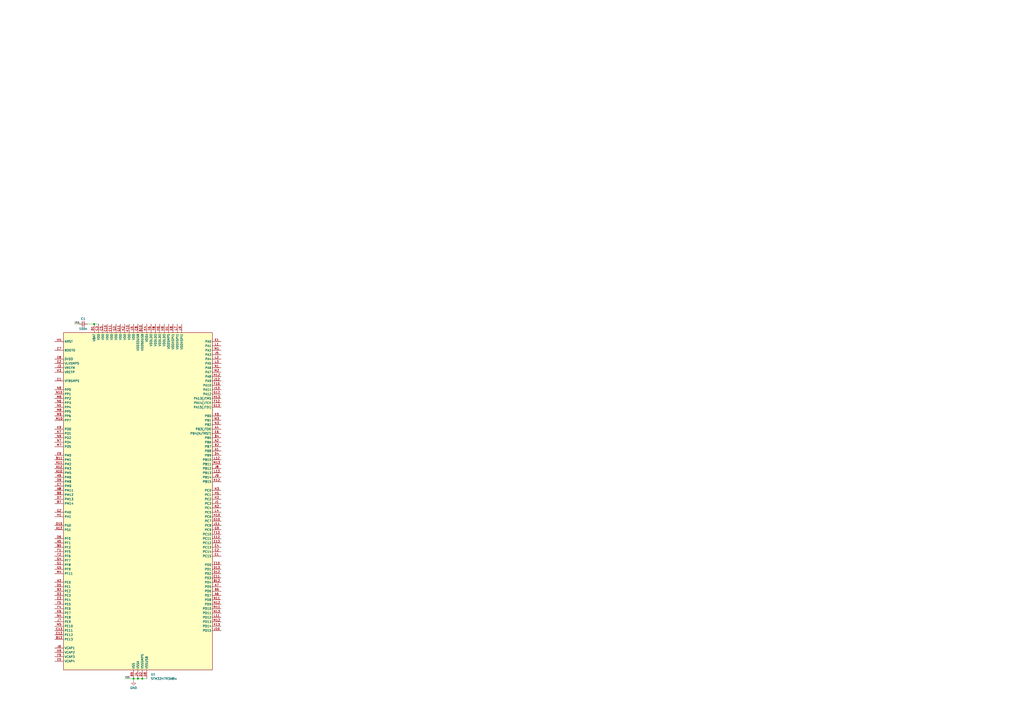
<source format=kicad_sch>
(kicad_sch (version 20231120) (generator "eeschema") (generator_version "8.0")
  (paper "A2")
  (lib_symbols
    (symbol "Device:C_Small" (pin_numbers hide) (pin_names (offset 0.254) hide)
      (property "Reference" "C" (at 0.254 1.778 0))
      (property "Value" "C_Small" (at 0.254 -2.032 0))
      (symbol "C_Small_0_1"
        (polyline (pts (xy -1.524 -0.508) (xy 1.524 -0.508)) (stroke (width 0.3302)))
        (polyline (pts (xy -1.524 0.508) (xy 1.524 0.508)) (stroke (width 0.3048)))
      )
      (symbol "C_Small_1_1"
        (pin passive line (at 0 2.54 270) (length 2.032) (name "~") (number "1"))
        (pin passive line (at 0 -2.54 90) (length 2.032) (name "~") (number "2"))
      )
    )
    (symbol "MCU_ST_STM32H7:STM32H7R3A8Ix"
      (property "Reference" "U" (at -43.18 100.33 0))
      (property "Value" "STM32H7R3A8Ix" (at 27.94 100.33 0))
      (symbol "STM32H7R3A8Ix_0_1"
        (rectangle (start -43.18 -96.52) (end 43.18 99.06) (stroke (width 0.254)) (fill (type background)))
      )
      (symbol "STM32H7R3A8Ix_1_1"
        (pin bidirectional line (at 48.26 30.48 180) (length 5.08) (name "PB8") (number "A1"))
        (pin bidirectional line (at -48.26 17.78 0) (length 5.08) (name "PM5") (number "A10"))
        (pin bidirectional line (at -48.26 22.86 0) (length 5.08) (name "PM2") (number "A11"))
        (pin bidirectional line (at -48.26 20.32 0) (length 5.08) (name "PM3") (number "A12"))
        (pin bidirectional line (at -48.26 -15.24 0) (length 5.08) (name "PG1") (number "A13"))
        (pin bidirectional line (at 48.26 35.56 180) (length 5.08) (name "PB6") (number "A2"))
        (pin bidirectional line (at -48.26 -45.72 0) (length 5.08) (name "PE0") (number "A3"))
        (pin bidirectional line (at 48.26 43.18 180) (length 5.08) (name "PB3(JTDO") (number "A4"))
        (pin bidirectional line (at -48.26 -22.86 0) (length 5.08) (name "PF1") (number "A5"))
        (pin bidirectional line (at 48.26 -53.34 180) (length 5.08) (name "PD7") (number "A6"))
        (pin bidirectional line (at 48.26 -48.26 180) (length 5.08) (name "PD5") (number "A7"))
        (pin bidirectional line (at -48.26 7.62 0) (length 5.08) (name "PM11") (number "A8"))
        (pin bidirectional line (at -48.26 15.24 0) (length 5.08) (name "PM6") (number "A9"))
        (pin power_in line (at -25.4 104.14 270) (length 5.08) (name "VBAT") (number "B1"))
        (pin power_in line (at 2.54 104.14 270) (length 5.08) (name "VDD50USB") (number "B10"))
        (pin bidirectional line (at -48.26 25.4 0) (length 5.08) (name "PM1") (number "B11"))
        (pin bidirectional line (at 48.26 -45.72 180) (length 5.08) (name "PD4") (number "B12"))
        (pin bidirectional line (at -48.26 -78.74 0) (length 5.08) (name "PE13") (number "B13"))
        (pin bidirectional line (at 48.26 33.02 180) (length 5.08) (name "PB7") (number "B2"))
        (pin bidirectional line (at -48.26 -50.8 0) (length 5.08) (name "PE2") (number "B3"))
        (pin bidirectional line (at 48.26 38.1 180) (length 5.08) (name "PB5") (number "B4"))
        (pin bidirectional line (at -48.26 -25.4 0) (length 5.08) (name "PF2") (number "B5"))
        (pin bidirectional line (at 48.26 -50.8 180) (length 5.08) (name "PD6") (number "B6"))
        (pin bidirectional line (at -48.26 0 0) (length 5.08) (name "PM14") (number "B7"))
        (pin bidirectional line (at -48.26 5.08 0) (length 5.08) (name "PM12") (number "B8"))
        (pin power_in line (at -2.54 -101.6 90) (length 5.08) (name "VSS") (number "B9"))
        (pin bidirectional line (at 48.26 -30.48 180) (length 5.08) (name "PC15") (number "C1"))
        (pin power_in line (at -17.78 104.14 270) (length 5.08) (name "VDD") (number "C10"))
        (pin bidirectional line (at 48.26 -43.18 180) (length 5.08) (name "PD3") (number "C11"))
        (pin bidirectional line (at -48.26 -76.2 0) (length 5.08) (name "PE12") (number "C12"))
        (pin bidirectional line (at -48.26 -73.66 0) (length 5.08) (name "PE11") (number "C13"))
        (pin bidirectional line (at 48.26 -27.94 180) (length 5.08) (name "PC14") (number "C2"))
        (pin power_in line (at -22.86 104.14 270) (length 5.08) (name "VDD") (number "C3"))
        (pin passive line (at -2.54 -101.6 90) (length 5.08) hide (name "VSS") (number "C4"))
        (pin power_in line (at -20.32 104.14 270) (length 5.08) (name "VDD") (number "C5"))
        (pin passive line (at -2.54 -101.6 90) (length 5.08) hide (name "VSS") (number "C6"))
        (pin bidirectional line (at -48.26 10.16 0) (length 5.08) (name "PM9") (number "C7"))
        (pin power_in line (at 0 104.14 270) (length 5.08) (name "VDD33USB") (number "C8"))
        (pin passive line (at -2.54 -101.6 90) (length 5.08) hide (name "VSS") (number "C9"))
        (pin power_in line (at 17.78 104.14 270) (length 5.08) (name "VDDSMPS") (number "D1"))
        (pin bidirectional line (at -48.26 -12.7 0) (length 5.08) (name "PG0") (number "D10"))
        (pin passive line (at -2.54 -101.6 90) (length 5.08) hide (name "VSS") (number "D11"))
        (pin bidirectional line (at 48.26 -40.64 180) (length 5.08) (name "PD2") (number "D12"))
        (pin bidirectional line (at 48.26 -38.1 180) (length 5.08) (name "PD1") (number "D13"))
        (pin power_in line (at 2.54 -101.6 90) (length 5.08) (name "VSSSMPS") (number "D2"))
        (pin bidirectional line (at -48.26 -53.34 0) (length 5.08) (name "PE3") (number "D3"))
        (pin bidirectional line (at 48.26 27.94 180) (length 5.08) (name "PB9") (number "D4"))
        (pin bidirectional line (at -48.26 -48.26 0) (length 5.08) (name "PE1") (number "D5"))
        (pin bidirectional line (at -48.26 -20.32 0) (length 5.08) (name "PF0") (number "D6"))
        (pin bidirectional line (at -48.26 2.54 0) (length 5.08) (name "PM13") (number "D7"))
        (pin power_in line (at 5.08 -101.6 90) (length 5.08) (name "VSSUSB") (number "D8"))
        (pin bidirectional line (at -48.26 12.7 0) (length 5.08) (name "PM8") (number "D9"))
        (pin input line (at -48.26 71.12 0) (length 5.08) (name "VFBSMPS") (number "E1"))
        (pin bidirectional line (at 48.26 -35.56 180) (length 5.08) (name "PD0") (number "E10"))
        (pin power_in line (at -15.24 104.14 270) (length 5.08) (name "VDD") (number "E11"))
        (pin bidirectional line (at 48.26 -20.32 180) (length 5.08) (name "PC11") (number "E12"))
        (pin bidirectional line (at 48.26 -22.86 180) (length 5.08) (name "PC12") (number "E13"))
        (pin power_in line (at -48.26 81.28 0) (length 5.08) (name "VLXSMPS") (number "E2"))
        (pin bidirectional line (at -48.26 -55.88 0) (length 5.08) (name "PE4") (number "E3"))
        (pin bidirectional line (at 48.26 -25.4 180) (length 5.08) (name "PC13") (number "E4"))
        (pin power_out line (at -48.26 -91.44 0) (length 5.08) (name "VCAP4") (number "E5"))
        (pin bidirectional line (at 48.26 40.64 180) (length 5.08) (name "PB4(NJTRST)") (number "E6"))
        (pin input line (at -48.26 88.9 0) (length 5.08) (name "BOOT0") (number "E7"))
        (pin power_in line (at -48.26 83.82 0) (length 5.08) (name "DVDD") (number "E8"))
        (pin bidirectional line (at -48.26 27.94 0) (length 5.08) (name "PM0") (number "E9"))
        (pin bidirectional line (at -48.26 -27.94 0) (length 5.08) (name "PF5") (number "F1"))
        (pin bidirectional line (at 48.26 68.58 180) (length 5.08) (name "PA10") (number "F10"))
        (pin passive line (at -2.54 -101.6 90) (length 5.08) hide (name "VSS") (number "F11"))
        (pin bidirectional line (at 48.26 58.42 180) (length 5.08) (name "PA14(JTCK") (number "F12"))
        (pin bidirectional line (at 48.26 -17.78 180) (length 5.08) (name "PC10") (number "F13"))
        (pin bidirectional line (at -48.26 -30.48 0) (length 5.08) (name "PF6") (number "F2"))
        (pin passive line (at -2.54 -101.6 90) (length 5.08) hide (name "VSS") (number "F3"))
        (pin bidirectional line (at -48.26 -60.96 0) (length 5.08) (name "PE6") (number "F4"))
        (pin bidirectional line (at -48.26 -58.42 0) (length 5.08) (name "PE5") (number "F5"))
        (pin power_in line (at 7.62 104.14 270) (length 5.08) (name "VDDLDO") (number "F6"))
        (pin passive line (at -2.54 -101.6 90) (length 5.08) hide (name "VSS") (number "F7"))
        (pin power_in line (at 10.16 104.14 270) (length 5.08) (name "VDDLDO") (number "F8"))
        (pin power_out line (at -48.26 -88.9 0) (length 5.08) (name "VCAP3") (number "F9"))
        (pin bidirectional line (at -48.26 -35.56 0) (length 5.08) (name "PF8") (number "G1"))
        (pin bidirectional line (at 48.26 -10.16 180) (length 5.08) (name "PC7") (number "G10"))
        (pin power_in line (at -10.16 104.14 270) (length 5.08) (name "VDD") (number "G11"))
        (pin bidirectional line (at 48.26 63.5 180) (length 5.08) (name "PA12") (number "G12"))
        (pin bidirectional line (at 48.26 55.88 180) (length 5.08) (name "PA15(JTDI)") (number "G13"))
        (pin bidirectional line (at -48.26 -5.08 0) (length 5.08) (name "PH0") (number "G2"))
        (pin power_in line (at -12.7 104.14 270) (length 5.08) (name "VDD") (number "G3"))
        (pin bidirectional line (at -48.26 -33.02 0) (length 5.08) (name "PF7") (number "G4"))
        (pin bidirectional line (at -48.26 -38.1 0) (length 5.08) (name "PF9") (number "G5"))
        (pin passive line (at -2.54 -101.6 90) (length 5.08) hide (name "VSS") (number "G6"))
        (pin passive line (at -2.54 -101.6 90) (length 5.08) hide (name "VSS") (number "G7"))
        (pin passive line (at -2.54 -101.6 90) (length 5.08) hide (name "VSS") (number "G8"))
        (pin bidirectional line (at 48.26 -15.24 180) (length 5.08) (name "PC9") (number "G9"))
        (pin bidirectional line (at -48.26 -7.62 0) (length 5.08) (name "PH1") (number "H1"))
        (pin bidirectional line (at 48.26 -7.62 180) (length 5.08) (name "PC6") (number "H10"))
        (pin passive line (at -2.54 -101.6 90) (length 5.08) hide (name "VSS") (number "H11"))
        (pin bidirectional line (at 48.26 73.66 180) (length 5.08) (name "PA8") (number "H12"))
        (pin bidirectional line (at 48.26 60.96 180) (length 5.08) (name "PA13(JTMS") (number "H13"))
        (pin bidirectional line (at 48.26 2.54 180) (length 5.08) (name "PC2") (number "H2"))
        (pin bidirectional line (at 48.26 7.62 180) (length 5.08) (name "PC0") (number "H3"))
        (pin input line (at -48.26 93.98 0) (length 5.08) (name "NRST") (number "H4"))
        (pin bidirectional line (at 48.26 5.08 180) (length 5.08) (name "PC1") (number "H5"))
        (pin power_in line (at 12.7 104.14 270) (length 5.08) (name "VDDLDO") (number "H6"))
        (pin passive line (at -2.54 -101.6 90) (length 5.08) hide (name "VSS") (number "H7"))
        (pin power_in line (at 15.24 104.14 270) (length 5.08) (name "VDDLDO") (number "H8"))
        (pin power_out line (at -48.26 -86.36 0) (length 5.08) (name "VCAP2") (number "H9"))
        (pin bidirectional line (at 48.26 0 180) (length 5.08) (name "PC3") (number "J1"))
        (pin bidirectional line (at 48.26 -73.66 180) (length 5.08) (name "PD15") (number "J10"))
        (pin bidirectional line (at 48.26 -12.7 180) (length 5.08) (name "PC8") (number "J11"))
        (pin bidirectional line (at 48.26 71.12 180) (length 5.08) (name "PA9") (number "J12"))
        (pin bidirectional line (at 48.26 66.04 180) (length 5.08) (name "PA11") (number "J13"))
        (pin passive line (at -2.54 -101.6 90) (length 5.08) hide (name "VSS") (number "J2"))
        (pin input line (at -48.26 78.74 0) (length 5.08) (name "VREFM") (number "J3"))
        (pin power_in line (at 0 -101.6 90) (length 5.08) (name "VSSA") (number "J4"))
        (pin bidirectional line (at 48.26 86.36 180) (length 5.08) (name "PA3") (number "J5"))
        (pin power_out line (at -48.26 -83.82 0) (length 5.08) (name "VCAP1") (number "J6"))
        (pin bidirectional line (at -48.26 -68.58 0) (length 5.08) (name "PE9") (number "J7"))
        (pin bidirectional line (at 48.26 20.32 180) (length 5.08) (name "PB12") (number "J8"))
        (pin bidirectional line (at 48.26 15.24 180) (length 5.08) (name "PB14") (number "J9"))
        (pin bidirectional line (at 48.26 93.98 180) (length 5.08) (name "PA0") (number "K1"))
        (pin power_in line (at -5.08 104.14 270) (length 5.08) (name "VDD") (number "K10"))
        (pin passive line (at -2.54 -101.6 90) (length 5.08) hide (name "VSS") (number "K11"))
        (pin bidirectional line (at 48.26 12.7 180) (length 5.08) (name "PB15") (number "K12"))
        (pin bidirectional line (at 48.26 -71.12 180) (length 5.08) (name "PD14") (number "K13"))
        (pin power_in line (at -7.62 104.14 270) (length 5.08) (name "VDD") (number "K2"))
        (pin input line (at -48.26 76.2 0) (length 5.08) (name "VREFP") (number "K3"))
        (pin power_in line (at 5.08 104.14 270) (length 5.08) (name "VDDA") (number "K4"))
        (pin bidirectional line (at 48.26 50.8 180) (length 5.08) (name "PB0") (number "K5"))
        (pin bidirectional line (at -48.26 -63.5 0) (length 5.08) (name "PE7") (number "K6"))
        (pin bidirectional line (at -48.26 40.64 0) (length 5.08) (name "PO1") (number "K7"))
        (pin power_in line (at 20.32 104.14 270) (length 5.08) (name "VDDXSPI1") (number "K8"))
        (pin bidirectional line (at -48.26 43.18 0) (length 5.08) (name "PO0") (number "K9"))
        (pin bidirectional line (at 48.26 91.44 180) (length 5.08) (name "PA1") (number "L1"))
        (pin passive line (at -2.54 -101.6 90) (length 5.08) hide (name "VSS") (number "L10"))
        (pin bidirectional line (at 48.26 -66.04 180) (length 5.08) (name "PD12") (number "L11"))
        (pin bidirectional line (at 48.26 25.4 180) (length 5.08) (name "PB10") (number "L12"))
        (pin bidirectional line (at 48.26 17.78 180) (length 5.08) (name "PB13") (number "L13"))
        (pin bidirectional line (at 48.26 83.82 180) (length 5.08) (name "PA4") (number "L2"))
        (pin bidirectional line (at 48.26 81.28 180) (length 5.08) (name "PA5") (number "L3"))
        (pin bidirectional line (at 48.26 -5.08 180) (length 5.08) (name "PC5") (number "L4"))
        (pin power_in line (at -2.54 104.14 270) (length 5.08) (name "VDD") (number "L5"))
        (pin passive line (at -2.54 -101.6 90) (length 5.08) hide (name "VSS") (number "L6"))
        (pin power_in line (at 22.86 104.14 270) (length 5.08) (name "VDDXSPI1") (number "L7"))
        (pin passive line (at -2.54 -101.6 90) (length 5.08) hide (name "VSS") (number "L8"))
        (pin power_in line (at 25.4 104.14 270) (length 5.08) (name "VDDXSPI1") (number "L9"))
        (pin bidirectional line (at 48.26 88.9 180) (length 5.08) (name "PA2") (number "M1"))
        (pin bidirectional line (at -48.26 48.26 0) (length 5.08) (name "PP7") (number "M10"))
        (pin bidirectional line (at 48.26 -60.96 180) (length 5.08) (name "PD10") (number "M11"))
        (pin bidirectional line (at 48.26 -68.58 180) (length 5.08) (name "PD13") (number "M12"))
        (pin bidirectional line (at 48.26 22.86 180) (length 5.08) (name "PB11") (number "M13"))
        (pin bidirectional line (at 48.26 76.2 180) (length 5.08) (name "PA7") (number "M2"))
        (pin bidirectional line (at 48.26 48.26 180) (length 5.08) (name "PB1") (number "M3"))
        (pin bidirectional line (at -48.26 -40.64 0) (length 5.08) (name "PF11") (number "M4"))
        (pin bidirectional line (at -48.26 -71.12 0) (length 5.08) (name "PE10") (number "M5"))
        (pin bidirectional line (at -48.26 60.96 0) (length 5.08) (name "PP2") (number "M6"))
        (pin bidirectional line (at -48.26 33.02 0) (length 5.08) (name "PO5") (number "M7"))
        (pin bidirectional line (at -48.26 53.34 0) (length 5.08) (name "PP5") (number "M8"))
        (pin bidirectional line (at -48.26 50.8 0) (length 5.08) (name "PP6") (number "M9"))
        (pin bidirectional line (at 48.26 78.74 180) (length 5.08) (name "PA6") (number "N1"))
        (pin bidirectional line (at -48.26 63.5 0) (length 5.08) (name "PP1") (number "N10"))
        (pin bidirectional line (at 48.26 -55.88 180) (length 5.08) (name "PD8") (number "N11"))
        (pin bidirectional line (at 48.26 -58.42 180) (length 5.08) (name "PD9") (number "N12"))
        (pin bidirectional line (at 48.26 -63.5 180) (length 5.08) (name "PD11") (number "N13"))
        (pin bidirectional line (at 48.26 -2.54 180) (length 5.08) (name "PC4") (number "N2"))
        (pin bidirectional line (at 48.26 45.72 180) (length 5.08) (name "PB2") (number "N3"))
        (pin bidirectional line (at -48.26 -66.04 0) (length 5.08) (name "PE8") (number "N4"))
        (pin bidirectional line (at -48.26 55.88 0) (length 5.08) (name "PP4") (number "N5"))
        (pin bidirectional line (at -48.26 58.42 0) (length 5.08) (name "PP3") (number "N6"))
        (pin bidirectional line (at -48.26 35.56 0) (length 5.08) (name "PO4") (number "N7"))
        (pin bidirectional line (at -48.26 66.04 0) (length 5.08) (name "PP0") (number "N8"))
        (pin bidirectional line (at -48.26 38.1 0) (length 5.08) (name "PO2") (number "N9"))
      )
    )
    (symbol "power:GND" (power) (pin_numbers hide) (pin_names (offset 0) hide)
      (property "Value" "GND" (at 0 -3.81 0))
      (symbol "GND_0_1"
        (polyline (pts (xy 0 0) (xy 0 -1.27) (xy 1.27 -1.27) (xy 0 -2.54) (xy -1.27 -1.27) (xy 0 -1.27)))
      )
      (symbol "GND_1_1"
        (pin power_in line (at 0 0 270) (length 0) (name "~") (number "1"))
      )
    )
  )
  (junction (at 82.55 393.7))
  (junction (at 80.01 393.7))
  (junction (at 54.61 187.96))
  (junction (at 77.47 393.7))
  (wire (pts (xy 50.8 187.96) (xy 54.61 187.96)))
  (wire (pts (xy 54.61 187.96) (xy 57.15 187.96)))
  (wire (pts (xy 82.55 393.7) (xy 85.09 393.7)))
  (wire (pts (xy 80.01 393.7) (xy 82.55 393.7)))
  (wire (pts (xy 77.47 393.7) (xy 77.47 394.97)))
  (wire (pts (xy 43.18 187.96) (xy 45.72 187.96)))
  (wire (pts (xy 77.47 393.7) (xy 80.01 393.7)))
  (wire (pts (xy 72.39 393.7) (xy 77.47 393.7)))
  (label "VSS" (at 43.18 187.96 0) (effects (font (size 1 1))))
  (label "VSS" (at 72.39 393.7 0) (effects (font (size 1 1))))
  (symbol (lib_id "power:GND") (at 77.47 394.97 0) (unit 1)
    (property "Reference" "#PWR01" (effects (hide yes)))
    (property "Value" "GND" (at 77.47 399.034 0))
    (property "Description" "Power symbol creates a global label with name \"GND\" , ground" (effects (hide yes)))
  )
  (symbol (lib_id "Device:C_Small") (at 48.26 187.96 90) (unit 1)
    (property "Reference" "C1" (at 48.26 184.912 90))
    (property "Value" "100n" (at 48.26 190.754 90))
    (property "Description" "Unpolarized capacitor, small symbol" (effects (hide yes)))
  )
  (symbol (lib_id "MCU_ST_STM32H7:STM32H7R3A8Ix") (at 80.01 292.1 0) (unit 1)
    (property "Reference" "U1" (at 87.463 391.16 0) (effects (justify left)))
    (property "Value" "STM32H7R3A8Ix" (at 87.463 393.7 0) (effects (justify left)))
    (property "Footprint" "Package_BGA:UFBGA-169_7x7mm_Layout13x13_P0.5mm" (effects (hide yes)))
    (property "Datasheet" "https://www.st.com/resource/en/datasheet/stm32h7r3a8.pdf" (effects (hide yes)))
    (property "Description" "STMicroelectronics Arm Cortex-M7 MCU, 64KB flash, 620KB RAM, 600 MHz, 1.62-3.6V, 116 GPIO, UFBGA169" (effects (hide yes)))
  )
)
</source>
